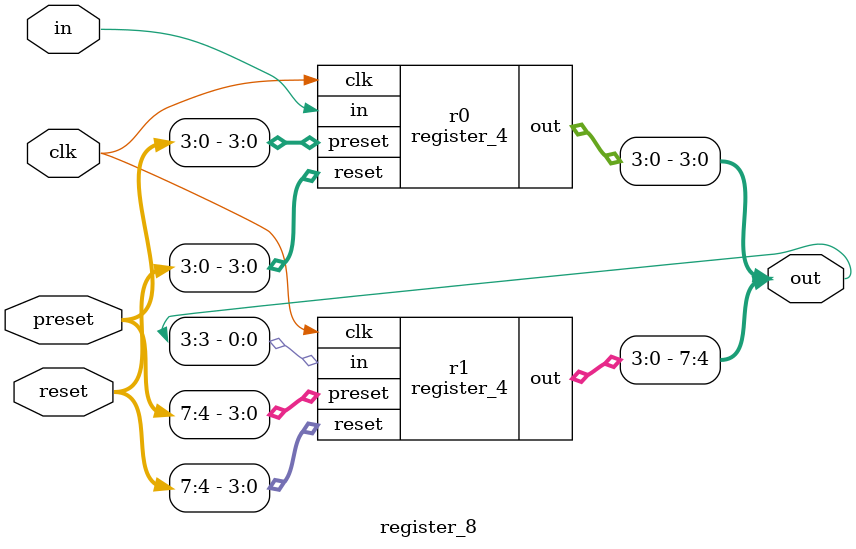
<source format=v>

module johnson_counter_8(output [7:0]out,
                         input clk, reset);

register_8 R(out,~out[7],clk, {8{reset}},8'b0);

endmodule

module d_ff(output reg out,
            input in, clk, reset, preset);

always @(negedge clk) begin
    if (reset)
    out <= 1'b0;
    else if (preset)
    out <= 1'b1;
    else
    out <= in;
end

endmodule

module register_4(output [3:0] out,
                  input in, clk, 
                  input [3:0] reset, preset);

d_ff f0(out[0], in, clk, reset[0], preset[0]);
d_ff f1(out[1], in, clk, reset[1], preset[1]);
d_ff f2(out[2], in, clk, reset[2], preset[2]);
d_ff f3(out[3], in, clk, reset[3], preset[3]);

endmodule

module register_8(output [7:0]out,
                  input in, clk,
                  input [7:0] reset, preset);

register_4 r0(out[3:0], in, clk, reset[3:0], preset[3:0]);
register_4 r1(out[7:4], out[3] ,clk, reset[7:4], preset[7:4]);

endmodule
</source>
